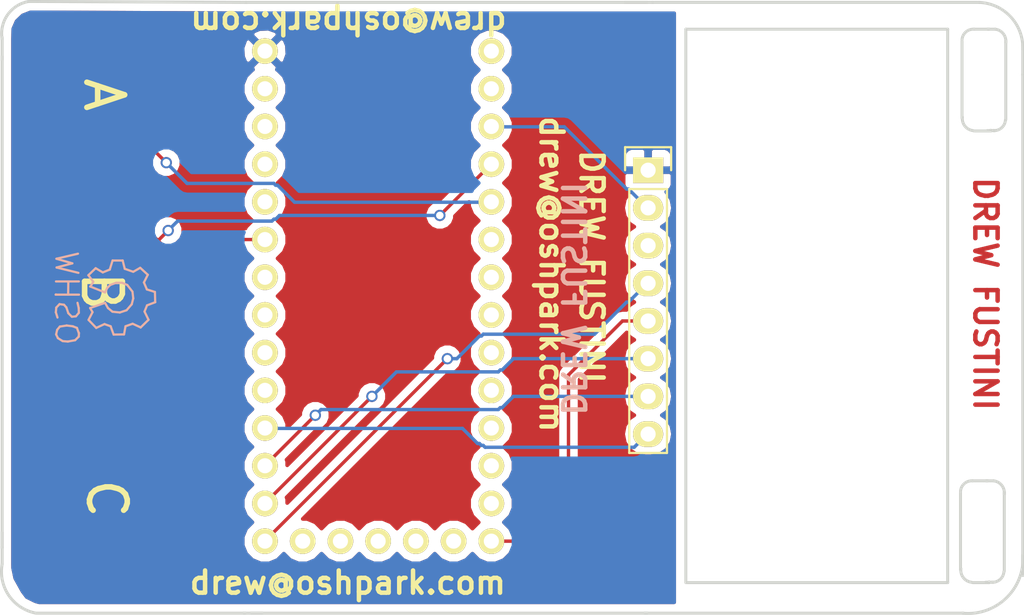
<source format=kicad_pcb>
(kicad_pcb (version 4) (host pcbnew 4.0.2-1.fc23-product)

  (general
    (links 10)
    (no_connects 0)
    (area 119.126 90.932 189.484 133.731)
    (thickness 1.6)
    (drawings 56)
    (tracks 81)
    (zones 0)
    (modules 6)
    (nets 35)
  )

  (page A4)
  (layers
    (0 F.Cu signal)
    (31 B.Cu signal)
    (32 B.Adhes user)
    (33 F.Adhes user)
    (34 B.Paste user)
    (35 F.Paste user)
    (36 B.SilkS user)
    (37 F.SilkS user)
    (38 B.Mask user)
    (39 F.Mask user)
    (40 Dwgs.User user hide)
    (41 Cmts.User user hide)
    (42 Eco1.User user hide)
    (43 Eco2.User user hide)
    (44 Edge.Cuts user)
    (45 Margin user hide)
    (46 B.CrtYd user hide)
    (47 F.CrtYd user hide)
    (48 B.Fab user hide)
    (49 F.Fab user hide)
  )

  (setup
    (last_trace_width 0.2286)
    (trace_clearance 0.254)
    (zone_clearance 0.508)
    (zone_45_only no)
    (trace_min 0.2286)
    (segment_width 0.2)
    (edge_width 0.2)
    (via_size 0.762)
    (via_drill 0.508)
    (via_min_size 0.762)
    (via_min_drill 0.508)
    (uvia_size 0.3)
    (uvia_drill 0.1)
    (uvias_allowed no)
    (uvia_min_size 0)
    (uvia_min_drill 0)
    (pcb_text_width 0.3)
    (pcb_text_size 1.5 1.5)
    (mod_edge_width 0.15)
    (mod_text_size 1 1)
    (mod_text_width 0.15)
    (pad_size 1.524 1.524)
    (pad_drill 0.762)
    (pad_to_mask_clearance 0.2)
    (aux_axis_origin 0 0)
    (visible_elements FFFFFF7F)
    (pcbplotparams
      (layerselection 0x00030_80000001)
      (usegerberextensions false)
      (excludeedgelayer true)
      (linewidth 0.100000)
      (plotframeref false)
      (viasonmask false)
      (mode 1)
      (useauxorigin false)
      (hpglpennumber 1)
      (hpglpenspeed 20)
      (hpglpendiameter 15)
      (hpglpenoverlay 2)
      (psnegative false)
      (psa4output false)
      (plotreference true)
      (plotvalue true)
      (plotinvisibletext false)
      (padsonsilk false)
      (subtractmaskfromsilk false)
      (outputformat 1)
      (mirror false)
      (drillshape 1)
      (scaleselection 1)
      (outputdirectory ""))
  )

  (net 0 "")
  (net 1 "Net-(J1-Pad0)")
  (net 2 "Net-(J1-Pad1)")
  (net 3 "Net-(J1-Pad2)")
  (net 4 "Net-(J1-Pad3)")
  (net 5 "Net-(J1-Pad5)")
  (net 6 "Net-(J1-Pad6)")
  (net 7 "Net-(J1-Pad7)")
  (net 8 "Net-(J1-Pad8)")
  (net 9 "Net-(J1-Pad17A)")
  (net 10 "Net-(J1-Pad3V1)")
  (net 11 "Net-(J1-PadG2)")
  (net 12 "Net-(J1-PadPGM)")
  (net 13 "Net-(J1-PadDAC)")
  (net 14 "Net-(J1-Pad16)")
  (net 15 "Net-(J1-Pad17)")
  (net 16 "Net-(J1-PadG3)")
  (net 17 "Net-(J1-PadVIN)")
  (net 18 "Net-(J1-Pad21)")
  (net 19 "Net-(J1-Pad20)")
  (net 20 "Net-(J1-Pad14)")
  (net 21 "Net-(J1-Pad15)")
  (net 22 /CS)
  (net 23 /RST)
  (net 24 /GND)
  (net 25 /VIN)
  (net 26 /Data)
  (net 27 /CLK)
  (net 28 /DC)
  (net 29 "Net-(J1-Pad18)")
  (net 30 "Net-(J1-Pad19)")
  (net 31 "Net-(J2-Pad3)")
  (net 32 "Net-(CAP3-Pad1)")
  (net 33 "Net-(CAP1-Pad1)")
  (net 34 "Net-(CAP2-Pad1)")

  (net_class Default "This is the default net class."
    (clearance 0.254)
    (trace_width 0.2286)
    (via_dia 0.762)
    (via_drill 0.508)
    (uvia_dia 0.3)
    (uvia_drill 0.1)
    (add_net /CLK)
    (add_net /CS)
    (add_net /DC)
    (add_net /Data)
    (add_net /GND)
    (add_net /RST)
    (add_net /VIN)
    (add_net "Net-(CAP1-Pad1)")
    (add_net "Net-(CAP2-Pad1)")
    (add_net "Net-(CAP3-Pad1)")
    (add_net "Net-(J1-Pad0)")
    (add_net "Net-(J1-Pad1)")
    (add_net "Net-(J1-Pad14)")
    (add_net "Net-(J1-Pad15)")
    (add_net "Net-(J1-Pad16)")
    (add_net "Net-(J1-Pad17)")
    (add_net "Net-(J1-Pad17A)")
    (add_net "Net-(J1-Pad18)")
    (add_net "Net-(J1-Pad19)")
    (add_net "Net-(J1-Pad2)")
    (add_net "Net-(J1-Pad20)")
    (add_net "Net-(J1-Pad21)")
    (add_net "Net-(J1-Pad3)")
    (add_net "Net-(J1-Pad3V1)")
    (add_net "Net-(J1-Pad5)")
    (add_net "Net-(J1-Pad6)")
    (add_net "Net-(J1-Pad7)")
    (add_net "Net-(J1-Pad8)")
    (add_net "Net-(J1-PadDAC)")
    (add_net "Net-(J1-PadG2)")
    (add_net "Net-(J1-PadG3)")
    (add_net "Net-(J1-PadPGM)")
    (add_net "Net-(J1-PadVIN)")
    (add_net "Net-(J2-Pad3)")
  )

  (module Wickerlib:TEENSY-LC (layer F.Cu) (tedit 5773C019) (tstamp 5774F54A)
    (at 148.5011 105.0036)
    (path /573A858B)
    (fp_text reference J1 (at 2.8829 20.2184) (layer F.SilkS) hide
      (effects (font (size 1 1) (thickness 0.15)))
    )
    (fp_text value TEENSY-LC (at -2.54 20.32 180) (layer F.Fab)
      (effects (font (size 1 1) (thickness 0.15)))
    )
    (fp_text user "TEENSY LC" (at -3.5941 10.5664) (layer F.SilkS) hide
      (effects (font (size 1 1) (thickness 0.15)))
    )
    (fp_line (start -11.43 24.13) (end 6.35 24.13) (layer F.CrtYd) (width 0.1524))
    (fp_line (start -11.43 -11.43) (end -11.43 24.13) (layer F.CrtYd) (width 0.1524))
    (fp_line (start 6.35 -11.43) (end -11.43 -11.43) (layer F.CrtYd) (width 0.1524))
    (fp_line (start 6.35 24.13) (end 6.35 -11.43) (layer F.CrtYd) (width 0.1524))
    (pad G1 thru_hole circle (at -10.16 -10.16) (size 1.7272 1.7272) (drill 1.016) (layers *.Cu *.Mask F.SilkS)
      (net 24 /GND))
    (pad 0 thru_hole circle (at -10.16 -7.62) (size 1.7272 1.7272) (drill 1.016) (layers *.Cu *.Mask F.SilkS)
      (net 1 "Net-(J1-Pad0)"))
    (pad 1 thru_hole circle (at -10.16 -5.08) (size 1.7272 1.7272) (drill 1.016) (layers *.Cu *.Mask F.SilkS)
      (net 2 "Net-(J1-Pad1)"))
    (pad 2 thru_hole circle (at -10.16 -2.54) (size 1.7272 1.7272) (drill 1.016) (layers *.Cu *.Mask F.SilkS)
      (net 3 "Net-(J1-Pad2)"))
    (pad 3 thru_hole circle (at -10.16 0) (size 1.7272 1.7272) (drill 1.016) (layers *.Cu *.Mask F.SilkS)
      (net 4 "Net-(J1-Pad3)"))
    (pad 4 thru_hole circle (at -10.16 2.54) (size 1.7272 1.7272) (drill 1.016) (layers *.Cu *.Mask F.SilkS)
      (net 32 "Net-(CAP3-Pad1)"))
    (pad 5 thru_hole circle (at -10.16 5.08) (size 1.7272 1.7272) (drill 1.016) (layers *.Cu *.Mask F.SilkS)
      (net 5 "Net-(J1-Pad5)"))
    (pad 6 thru_hole circle (at -10.16 7.62) (size 1.7272 1.7272) (drill 1.016) (layers *.Cu *.Mask F.SilkS)
      (net 6 "Net-(J1-Pad6)"))
    (pad 7 thru_hole circle (at -10.16 10.16) (size 1.7272 1.7272) (drill 1.016) (layers *.Cu *.Mask F.SilkS)
      (net 7 "Net-(J1-Pad7)"))
    (pad 8 thru_hole circle (at -10.16 12.7) (size 1.7272 1.7272) (drill 1.016) (layers *.Cu *.Mask F.SilkS)
      (net 8 "Net-(J1-Pad8)"))
    (pad 9 thru_hole circle (at -10.16 15.24) (size 1.7272 1.7272) (drill 1.016) (layers *.Cu *.Mask F.SilkS)
      (net 26 /Data))
    (pad 10 thru_hole circle (at -10.16 17.78) (size 1.7272 1.7272) (drill 1.016) (layers *.Cu *.Mask F.SilkS)
      (net 27 /CLK))
    (pad 11 thru_hole circle (at -10.16 20.32) (size 1.7272 1.7272) (drill 1.016) (layers *.Cu *.Mask F.SilkS)
      (net 28 /DC))
    (pad 12 thru_hole circle (at -10.16 22.86) (size 1.7272 1.7272) (drill 1.016) (layers *.Cu *.Mask F.SilkS)
      (net 22 /CS))
    (pad 17A thru_hole circle (at -7.62 22.86) (size 1.7272 1.7272) (drill 1.016) (layers *.Cu *.Mask F.SilkS)
      (net 9 "Net-(J1-Pad17A)"))
    (pad 3V1 thru_hole circle (at -5.08 22.86) (size 1.7272 1.7272) (drill 1.016) (layers *.Cu *.Mask F.SilkS)
      (net 10 "Net-(J1-Pad3V1)"))
    (pad G2 thru_hole circle (at -2.54 22.86) (size 1.7272 1.7272) (drill 1.016) (layers *.Cu *.Mask F.SilkS)
      (net 11 "Net-(J1-PadG2)"))
    (pad PGM thru_hole circle (at 0 22.86) (size 1.7272 1.7272) (drill 1.016) (layers *.Cu *.Mask F.SilkS)
      (net 12 "Net-(J1-PadPGM)"))
    (pad DAC thru_hole circle (at 2.54 22.86) (size 1.7272 1.7272) (drill 1.016) (layers *.Cu *.Mask F.SilkS)
      (net 13 "Net-(J1-PadDAC)"))
    (pad 13 thru_hole circle (at 5.08 22.86) (size 1.7272 1.7272) (drill 1.016) (layers *.Cu *.Mask F.SilkS)
      (net 23 /RST))
    (pad 16 thru_hole circle (at 5.08 15.24) (size 1.7272 1.7272) (drill 1.016) (layers *.Cu *.Mask F.SilkS)
      (net 14 "Net-(J1-Pad16)"))
    (pad 3V2 thru_hole circle (at 5.08 -5.08) (size 1.7272 1.7272) (drill 1.016) (layers *.Cu *.Mask F.SilkS)
      (net 25 /VIN))
    (pad 18 thru_hole circle (at 5.08 10.16) (size 1.7272 1.7272) (drill 1.016) (layers *.Cu *.Mask F.SilkS)
      (net 29 "Net-(J1-Pad18)"))
    (pad 17 thru_hole circle (at 5.08 12.7) (size 1.7272 1.7272) (drill 1.016) (layers *.Cu *.Mask F.SilkS)
      (net 15 "Net-(J1-Pad17)"))
    (pad G3 thru_hole circle (at 5.08 -7.62) (size 1.7272 1.7272) (drill 1.016) (layers *.Cu *.Mask F.SilkS)
      (net 16 "Net-(J1-PadG3)"))
    (pad 22 thru_hole circle (at 5.08 0) (size 1.7272 1.7272) (drill 1.016) (layers *.Cu *.Mask F.SilkS)
      (net 33 "Net-(CAP1-Pad1)"))
    (pad VIN thru_hole circle (at 5.08 -10.16) (size 1.7272 1.7272) (drill 1.016) (layers *.Cu *.Mask F.SilkS)
      (net 17 "Net-(J1-PadVIN)"))
    (pad 21 thru_hole circle (at 5.08 2.54) (size 1.7272 1.7272) (drill 1.016) (layers *.Cu *.Mask F.SilkS)
      (net 18 "Net-(J1-Pad21)"))
    (pad 20 thru_hole circle (at 5.08 5.08) (size 1.7272 1.7272) (drill 1.016) (layers *.Cu *.Mask F.SilkS)
      (net 19 "Net-(J1-Pad20)"))
    (pad 19 thru_hole circle (at 5.08 7.62) (size 1.7272 1.7272) (drill 1.016) (layers *.Cu *.Mask F.SilkS)
      (net 30 "Net-(J1-Pad19)"))
    (pad 23 thru_hole circle (at 5.08 -2.54) (size 1.7272 1.7272) (drill 1.016) (layers *.Cu *.Mask F.SilkS)
      (net 34 "Net-(CAP2-Pad1)"))
    (pad 14 thru_hole circle (at 5.08 20.32) (size 1.7272 1.7272) (drill 1.016) (layers *.Cu *.Mask F.SilkS)
      (net 20 "Net-(J1-Pad14)"))
    (pad 15 thru_hole circle (at 5.08 17.78) (size 1.7272 1.7272) (drill 1.016) (layers *.Cu *.Mask F.SilkS)
      (net 21 "Net-(J1-Pad15)"))
  )

  (module Wickerlib:Pin_Header_Straight_1x08 (layer F.Cu) (tedit 5773C005) (tstamp 5774F561)
    (at 164.1348 102.87)
    (descr "Through hole pin header")
    (tags "pin header")
    (path /573AD5FE)
    (fp_text reference J2 (at 0 -5.1) (layer F.SilkS) hide
      (effects (font (size 1 1) (thickness 0.15)))
    )
    (fp_text value OLED_128x64 (at 0 -3.1) (layer F.Fab) hide
      (effects (font (size 1 1) (thickness 0.15)))
    )
    (fp_line (start -1.75 -1.75) (end -1.75 19.55) (layer F.CrtYd) (width 0.05))
    (fp_line (start 1.75 -1.75) (end 1.75 19.55) (layer F.CrtYd) (width 0.05))
    (fp_line (start -1.75 -1.75) (end 1.75 -1.75) (layer F.CrtYd) (width 0.05))
    (fp_line (start -1.75 19.55) (end 1.75 19.55) (layer F.CrtYd) (width 0.05))
    (fp_line (start 1.27 1.27) (end 1.27 19.05) (layer F.SilkS) (width 0.15))
    (fp_line (start 1.27 19.05) (end -1.27 19.05) (layer F.SilkS) (width 0.15))
    (fp_line (start -1.27 19.05) (end -1.27 1.27) (layer F.SilkS) (width 0.15))
    (fp_line (start 1.55 -1.55) (end 1.55 0) (layer F.SilkS) (width 0.15))
    (fp_line (start 1.27 1.27) (end -1.27 1.27) (layer F.SilkS) (width 0.15))
    (fp_line (start -1.55 0) (end -1.55 -1.55) (layer F.SilkS) (width 0.15))
    (fp_line (start -1.55 -1.55) (end 1.55 -1.55) (layer F.SilkS) (width 0.15))
    (pad 1 thru_hole rect (at 0 0) (size 2.032 1.7272) (drill 1.016) (layers *.Cu *.Mask F.SilkS)
      (net 24 /GND))
    (pad 2 thru_hole oval (at 0 2.54) (size 2.032 1.7272) (drill 1.016) (layers *.Cu *.Mask F.SilkS)
      (net 25 /VIN))
    (pad 3 thru_hole oval (at 0 5.08) (size 2.032 1.7272) (drill 1.016) (layers *.Cu *.Mask F.SilkS)
      (net 31 "Net-(J2-Pad3)"))
    (pad 4 thru_hole oval (at 0 7.62) (size 2.032 1.7272) (drill 1.016) (layers *.Cu *.Mask F.SilkS)
      (net 22 /CS))
    (pad 5 thru_hole oval (at 0 10.16) (size 2.032 1.7272) (drill 1.016) (layers *.Cu *.Mask F.SilkS)
      (net 23 /RST))
    (pad 6 thru_hole oval (at 0 12.7) (size 2.032 1.7272) (drill 1.016) (layers *.Cu *.Mask F.SilkS)
      (net 28 /DC))
    (pad 7 thru_hole oval (at 0 15.24) (size 2.032 1.7272) (drill 1.016) (layers *.Cu *.Mask F.SilkS)
      (net 27 /CLK))
    (pad 8 thru_hole oval (at 0 17.78) (size 2.032 1.7272) (drill 1.016) (layers *.Cu *.Mask F.SilkS)
      (net 26 /Data))
    (model Pin_Headers.3dshapes/Pin_Header_Straight_1x08.wrl
      (at (xyz 0 -0.35 0))
      (scale (xyz 1 1 1))
      (rotate (xyz 0 0 90))
    )
  )

  (module Wickerlib:Symbol_OSHW-Logo_SilkScreen (layer B.Cu) (tedit 57E18EBE) (tstamp 5775109D)
    (at 128.4732 111.4552 90)
    (descr "Symbol, OSHW-Logo, Silk Screen,")
    (tags "Symbol, OSHW-Logo, Silk Screen,")
    (fp_text reference REF** (at 0.09906 4.38912 90) (layer B.SilkS) hide
      (effects (font (size 1 1) (thickness 0.15)) (justify mirror))
    )
    (fp_text value Symbol_OSHW-Logo_SilkScreen (at 0.30988 -6.56082 90) (layer B.Fab) hide
      (effects (font (size 1 1) (thickness 0.15)) (justify mirror))
    )
    (fp_line (start 1.66878 -2.68986) (end 2.02946 -4.16052) (layer B.SilkS) (width 0.15))
    (fp_line (start 2.02946 -4.16052) (end 2.30886 -3.0988) (layer B.SilkS) (width 0.15))
    (fp_line (start 2.30886 -3.0988) (end 2.61874 -4.17068) (layer B.SilkS) (width 0.15))
    (fp_line (start 2.61874 -4.17068) (end 2.9591 -2.72034) (layer B.SilkS) (width 0.15))
    (fp_line (start 0.24892 -3.38074) (end 1.03886 -3.37058) (layer B.SilkS) (width 0.15))
    (fp_line (start 1.03886 -3.37058) (end 1.04902 -3.38074) (layer B.SilkS) (width 0.15))
    (fp_line (start 1.04902 -3.38074) (end 1.04902 -3.37058) (layer B.SilkS) (width 0.15))
    (fp_line (start 1.08966 -2.65938) (end 1.08966 -4.20116) (layer B.SilkS) (width 0.15))
    (fp_line (start 0.20066 -2.64922) (end 0.20066 -4.21894) (layer B.SilkS) (width 0.15))
    (fp_line (start 0.20066 -4.21894) (end 0.21082 -4.20878) (layer B.SilkS) (width 0.15))
    (fp_line (start -0.35052 -2.75082) (end -0.70104 -2.66954) (layer B.SilkS) (width 0.15))
    (fp_line (start -0.70104 -2.66954) (end -1.02108 -2.65938) (layer B.SilkS) (width 0.15))
    (fp_line (start -1.02108 -2.65938) (end -1.25984 -2.86004) (layer B.SilkS) (width 0.15))
    (fp_line (start -1.25984 -2.86004) (end -1.29032 -3.12928) (layer B.SilkS) (width 0.15))
    (fp_line (start -1.29032 -3.12928) (end -1.04902 -3.37058) (layer B.SilkS) (width 0.15))
    (fp_line (start -1.04902 -3.37058) (end -0.6604 -3.50012) (layer B.SilkS) (width 0.15))
    (fp_line (start -0.6604 -3.50012) (end -0.48006 -3.66014) (layer B.SilkS) (width 0.15))
    (fp_line (start -0.48006 -3.66014) (end -0.43942 -3.95986) (layer B.SilkS) (width 0.15))
    (fp_line (start -0.43942 -3.95986) (end -0.67056 -4.18084) (layer B.SilkS) (width 0.15))
    (fp_line (start -0.67056 -4.18084) (end -0.9906 -4.20878) (layer B.SilkS) (width 0.15))
    (fp_line (start -0.9906 -4.20878) (end -1.34112 -4.09956) (layer B.SilkS) (width 0.15))
    (fp_line (start -2.37998 -2.64922) (end -2.6289 -2.66954) (layer B.SilkS) (width 0.15))
    (fp_line (start -2.6289 -2.66954) (end -2.8702 -2.91084) (layer B.SilkS) (width 0.15))
    (fp_line (start -2.8702 -2.91084) (end -2.9591 -3.40106) (layer B.SilkS) (width 0.15))
    (fp_line (start -2.9591 -3.40106) (end -2.93116 -3.74904) (layer B.SilkS) (width 0.15))
    (fp_line (start -2.93116 -3.74904) (end -2.7305 -4.06908) (layer B.SilkS) (width 0.15))
    (fp_line (start -2.7305 -4.06908) (end -2.47904 -4.191) (layer B.SilkS) (width 0.15))
    (fp_line (start -2.47904 -4.191) (end -2.16916 -4.11988) (layer B.SilkS) (width 0.15))
    (fp_line (start -2.16916 -4.11988) (end -1.95072 -3.93954) (layer B.SilkS) (width 0.15))
    (fp_line (start -1.95072 -3.93954) (end -1.8796 -3.4798) (layer B.SilkS) (width 0.15))
    (fp_line (start -1.8796 -3.4798) (end -1.9304 -3.07086) (layer B.SilkS) (width 0.15))
    (fp_line (start -1.9304 -3.07086) (end -2.03962 -2.78892) (layer B.SilkS) (width 0.15))
    (fp_line (start -2.03962 -2.78892) (end -2.4003 -2.65938) (layer B.SilkS) (width 0.15))
    (fp_line (start -1.78054 -0.92964) (end -2.03962 -1.49098) (layer B.SilkS) (width 0.15))
    (fp_line (start -2.03962 -1.49098) (end -1.50114 -2.00914) (layer B.SilkS) (width 0.15))
    (fp_line (start -1.50114 -2.00914) (end -0.98044 -1.7399) (layer B.SilkS) (width 0.15))
    (fp_line (start -0.98044 -1.7399) (end -0.70104 -1.89992) (layer B.SilkS) (width 0.15))
    (fp_line (start 0.73914 -1.8796) (end 1.06934 -1.6891) (layer B.SilkS) (width 0.15))
    (fp_line (start 1.06934 -1.6891) (end 1.50876 -2.0193) (layer B.SilkS) (width 0.15))
    (fp_line (start 1.50876 -2.0193) (end 1.9812 -1.52908) (layer B.SilkS) (width 0.15))
    (fp_line (start 1.9812 -1.52908) (end 1.69926 -1.04902) (layer B.SilkS) (width 0.15))
    (fp_line (start 1.69926 -1.04902) (end 1.88976 -0.57912) (layer B.SilkS) (width 0.15))
    (fp_line (start 1.88976 -0.57912) (end 2.49936 -0.39116) (layer B.SilkS) (width 0.15))
    (fp_line (start 2.49936 -0.39116) (end 2.49936 0.28956) (layer B.SilkS) (width 0.15))
    (fp_line (start 2.49936 0.28956) (end 1.94056 0.42926) (layer B.SilkS) (width 0.15))
    (fp_line (start 1.94056 0.42926) (end 1.7399 1.00076) (layer B.SilkS) (width 0.15))
    (fp_line (start 1.7399 1.00076) (end 2.00914 1.47066) (layer B.SilkS) (width 0.15))
    (fp_line (start 2.00914 1.47066) (end 1.53924 1.9812) (layer B.SilkS) (width 0.15))
    (fp_line (start 1.53924 1.9812) (end 1.02108 1.71958) (layer B.SilkS) (width 0.15))
    (fp_line (start 1.02108 1.71958) (end 0.55118 1.92024) (layer B.SilkS) (width 0.15))
    (fp_line (start 0.55118 1.92024) (end 0.381 2.46126) (layer B.SilkS) (width 0.15))
    (fp_line (start 0.381 2.46126) (end -0.30988 2.47904) (layer B.SilkS) (width 0.15))
    (fp_line (start -0.30988 2.47904) (end -0.5207 1.9304) (layer B.SilkS) (width 0.15))
    (fp_line (start -0.5207 1.9304) (end -0.9398 1.76022) (layer B.SilkS) (width 0.15))
    (fp_line (start -0.9398 1.76022) (end -1.49098 2.02946) (layer B.SilkS) (width 0.15))
    (fp_line (start -1.49098 2.02946) (end -2.00914 1.50114) (layer B.SilkS) (width 0.15))
    (fp_line (start -2.00914 1.50114) (end -1.76022 0.96012) (layer B.SilkS) (width 0.15))
    (fp_line (start -1.76022 0.96012) (end -1.9304 0.48006) (layer B.SilkS) (width 0.15))
    (fp_line (start -1.9304 0.48006) (end -2.47904 0.381) (layer B.SilkS) (width 0.15))
    (fp_line (start -2.47904 0.381) (end -2.4892 -0.32004) (layer B.SilkS) (width 0.15))
    (fp_line (start -2.4892 -0.32004) (end -1.9304 -0.5207) (layer B.SilkS) (width 0.15))
    (fp_line (start -1.9304 -0.5207) (end -1.7907 -0.91948) (layer B.SilkS) (width 0.15))
    (fp_line (start 0.35052 -0.89916) (end 0.65024 -0.7493) (layer B.SilkS) (width 0.15))
    (fp_line (start 0.65024 -0.7493) (end 0.8509 -0.55118) (layer B.SilkS) (width 0.15))
    (fp_line (start 0.8509 -0.55118) (end 1.00076 -0.14986) (layer B.SilkS) (width 0.15))
    (fp_line (start 1.00076 -0.14986) (end 1.00076 0.24892) (layer B.SilkS) (width 0.15))
    (fp_line (start 1.00076 0.24892) (end 0.8509 0.59944) (layer B.SilkS) (width 0.15))
    (fp_line (start 0.8509 0.59944) (end 0.39878 0.94996) (layer B.SilkS) (width 0.15))
    (fp_line (start 0.39878 0.94996) (end -0.0508 1.00076) (layer B.SilkS) (width 0.15))
    (fp_line (start -0.0508 1.00076) (end -0.44958 0.89916) (layer B.SilkS) (width 0.15))
    (fp_line (start -0.44958 0.89916) (end -0.8509 0.55118) (layer B.SilkS) (width 0.15))
    (fp_line (start -0.8509 0.55118) (end -1.00076 0.09906) (layer B.SilkS) (width 0.15))
    (fp_line (start -1.00076 0.09906) (end -0.94996 -0.39878) (layer B.SilkS) (width 0.15))
    (fp_line (start -0.94996 -0.39878) (end -0.70104 -0.70104) (layer B.SilkS) (width 0.15))
    (fp_line (start -0.70104 -0.70104) (end -0.35052 -0.89916) (layer B.SilkS) (width 0.15))
    (fp_line (start -0.35052 -0.89916) (end -0.70104 -1.89992) (layer B.SilkS) (width 0.15))
    (fp_line (start 0.35052 -0.89916) (end 0.7493 -1.89992) (layer B.SilkS) (width 0.15))
  )

  (module Wickerlib:CAPSENSE_CIRCLE_D10 (layer F.Cu) (tedit 57E18478) (tstamp 57E18022)
    (at 127.4318 98.0948 90)
    (path /57E17B23)
    (fp_text reference CAP1 (at -0.025 -7.05 90) (layer F.SilkS) hide
      (effects (font (size 1 1) (thickness 0.15)))
    )
    (fp_text value CAPSENSE_CIRCLE (at 0.025 7.325 90) (layer F.Fab)
      (effects (font (size 1 1) (thickness 0.15)))
    )
    (pad 1 smd circle (at 0 0 90) (size 10.16 10.16) (layers F.Cu)
      (net 33 "Net-(CAP1-Pad1)") (clearance 0.508))
  )

  (module Wickerlib:CAPSENSE_CIRCLE_D10 (layer F.Cu) (tedit 57E18471) (tstamp 57E18027)
    (at 127.6096 111.0996)
    (path /57E17C95)
    (fp_text reference CAP2 (at -0.025 -7.05) (layer F.SilkS) hide
      (effects (font (size 1 1) (thickness 0.15)))
    )
    (fp_text value CAPSENSE_CIRCLE (at 0.025 7.325) (layer F.Fab)
      (effects (font (size 1 1) (thickness 0.15)))
    )
    (pad 1 smd circle (at 0 0) (size 10.16 10.16) (layers F.Cu)
      (net 34 "Net-(CAP2-Pad1)") (clearance 0.508))
  )

  (module Wickerlib:CAPSENSE_CIRCLE_D10 (layer F.Cu) (tedit 57E18464) (tstamp 57E1802C)
    (at 127.8636 125.349)
    (path /57E17E3A)
    (fp_text reference CAP3 (at -0.025 -7.05) (layer F.SilkS) hide
      (effects (font (size 1 1) (thickness 0.15)))
    )
    (fp_text value CAPSENSE_CIRCLE (at 0.025 7.325) (layer F.Fab)
      (effects (font (size 1 1) (thickness 0.15)))
    )
    (pad 1 smd circle (at 0 0) (size 10.16 10.16) (layers F.Cu)
      (net 32 "Net-(CAP3-Pad1)") (clearance 0.508))
  )

  (gr_line (start 166.6748 130.6576) (end 184.3024 130.6576) (angle 90) (layer Edge.Cuts) (width 0.2))
  (gr_line (start 166.6748 93.3704) (end 184.3024 93.3704) (angle 90) (layer Edge.Cuts) (width 0.2))
  (gr_line (start 166.6748 130.6068) (end 166.6748 93.3704) (angle 90) (layer Edge.Cuts) (width 0.2))
  (gr_line (start 184.3024 93.3704) (end 184.3024 130.6576) (angle 90) (layer Edge.Cuts) (width 0.2))
  (gr_line (start 188.1124 124.5616) (end 188.1124 129.8956) (angle 90) (layer Edge.Cuts) (width 0.2) (tstamp 57E18649))
  (gr_line (start 185.166 124.6124) (end 185.166 129.794) (angle 90) (layer Edge.Cuts) (width 0.2) (tstamp 57E18648))
  (gr_arc (start 187.2996 124.6124) (end 187.4012 123.7996) (angle 90) (layer Edge.Cuts) (width 0.2) (tstamp 57E18647))
  (gr_arc (start 185.928 124.5616) (end 185.166 124.5108) (angle 90) (layer Edge.Cuts) (width 0.2) (tstamp 57E18646))
  (gr_line (start 186.8932 123.7996) (end 187.4012 123.7996) (angle 90) (layer Edge.Cuts) (width 0.2) (tstamp 57E18645))
  (gr_line (start 187.3758 130.6322) (end 186.8678 130.6322) (angle 90) (layer Edge.Cuts) (width 0.2) (tstamp 57E18644))
  (gr_arc (start 187.325 129.8702) (end 188.087 129.921) (angle 90) (layer Edge.Cuts) (width 0.2) (tstamp 57E18643))
  (gr_arc (start 186.0042 129.8194) (end 185.9026 130.6322) (angle 90) (layer Edge.Cuts) (width 0.2) (tstamp 57E18642))
  (gr_line (start 185.9788 130.6576) (end 187.0964 130.6576) (angle 90) (layer Edge.Cuts) (width 0.2) (tstamp 57E18641))
  (gr_line (start 187.0964 130.6576) (end 187.0964 130.6068) (angle 90) (layer Edge.Cuts) (width 0.2) (tstamp 57E18640))
  (gr_line (start 185.9788 123.7996) (end 186.9948 123.7996) (angle 90) (layer Edge.Cuts) (width 0.2) (tstamp 57E1863F))
  (gr_line (start 186.0804 93.3704) (end 187.0964 93.3704) (angle 90) (layer Edge.Cuts) (width 0.2))
  (gr_line (start 187.198 100.2284) (end 187.198 100.1776) (angle 90) (layer Edge.Cuts) (width 0.2))
  (gr_line (start 186.0804 100.2284) (end 187.198 100.2284) (angle 90) (layer Edge.Cuts) (width 0.2))
  (gr_arc (start 186.1058 99.3902) (end 186.0042 100.203) (angle 90) (layer Edge.Cuts) (width 0.2) (tstamp 57E1855C))
  (gr_arc (start 187.4266 99.441) (end 188.1886 99.4918) (angle 90) (layer Edge.Cuts) (width 0.2) (tstamp 57E1855B))
  (gr_line (start 187.4774 100.203) (end 186.9694 100.203) (angle 90) (layer Edge.Cuts) (width 0.2) (tstamp 57E1855A))
  (gr_line (start 186.9948 93.3704) (end 187.5028 93.3704) (angle 90) (layer Edge.Cuts) (width 0.2))
  (gr_arc (start 186.0296 94.1324) (end 185.2676 94.0816) (angle 90) (layer Edge.Cuts) (width 0.2))
  (gr_arc (start 187.4012 94.1832) (end 187.5028 93.3704) (angle 90) (layer Edge.Cuts) (width 0.2))
  (gr_line (start 185.2676 94.1832) (end 185.2676 99.3648) (angle 90) (layer Edge.Cuts) (width 0.2))
  (gr_line (start 188.214 94.1324) (end 188.214 99.4664) (angle 90) (layer Edge.Cuts) (width 0.2))
  (gr_text "DREW FUSTINI" (at 186.8424 111.2012 270) (layer F.Cu) (tstamp 57E1833F)
    (effects (font (size 1.5 1.5) (thickness 0.3)))
  )
  (gr_text C (at 127.6858 124.9934 270) (layer F.SilkS) (tstamp 57E18255)
    (effects (font (size 2.54 2.54) (thickness 0.375)))
  )
  (gr_text B (at 127.3556 111.0234 270) (layer F.SilkS) (tstamp 57E1824C)
    (effects (font (size 2.54 2.54) (thickness 0.375)))
  )
  (gr_text A (at 127.508 97.79 270) (layer F.SilkS)
    (effects (font (size 2.54 2.54) (thickness 0.375)))
  )
  (gr_line (start 137.0965 91.567) (end 122.9995 91.5035) (layer Edge.Cuts) (width 0.2))
  (gr_line (start 137.033 132.715) (end 122.9995 132.715) (layer Edge.Cuts) (width 0.2))
  (gr_line (start 163.8935 132.715) (end 185.3565 132.715) (angle 90) (layer Edge.Cuts) (width 0.2))
  (gr_line (start 189.357 96.4565) (end 189.357 94.4245) (angle 90) (layer Edge.Cuts) (width 0.2))
  (gr_line (start 164.4015 91.567) (end 186.436 91.567) (angle 90) (layer Edge.Cuts) (width 0.2))
  (gr_text "drew@oshpark.com\n" (at 143.9672 92.964 180) (layer F.SilkS)
    (effects (font (size 1.5 1.5) (thickness 0.3)))
  )
  (gr_text "drew@oshpark.com\n" (at 143.9164 130.6576) (layer F.SilkS)
    (effects (font (size 1.5 1.5) (thickness 0.3)))
  )
  (gr_text "drew@oshpark.com\n" (at 157.6324 109.8804 270) (layer F.SilkS)
    (effects (font (size 1.5 1.5) (thickness 0.3)))
  )
  (gr_text "DREW FUSTINI" (at 160.3248 109.3724 270) (layer F.SilkS)
    (effects (font (size 1.5 1.5) (thickness 0.3)))
  )
  (gr_text "DREW FUSTINI" (at 186.8424 111.2012 270) (layer F.Mask)
    (effects (font (size 1.5 1.5) (thickness 0.3)))
  )
  (gr_text "DREW FUSTINI" (at 159.0802 111.5314 270) (layer B.SilkS)
    (effects (font (size 1.5 1.5) (thickness 0.3)) (justify mirror))
  )
  (gr_line (start 122.428 91.5035) (end 123.063 91.5035) (angle 90) (layer Edge.Cuts) (width 0.2))
  (gr_line (start 120.65 93.9165) (end 120.65 95.4405) (angle 90) (layer Edge.Cuts) (width 0.2))
  (gr_arc (start 122.809 93.6625) (end 120.65 94.0435) (angle 90) (layer Edge.Cuts) (width 0.2))
  (gr_line (start 162.56 91.567) (end 164.465 91.567) (angle 90) (layer Edge.Cuts) (width 0.2))
  (gr_arc (start 186.309 94.615) (end 186.436 91.567) (angle 90) (layer Edge.Cuts) (width 0.2))
  (gr_line (start 120.65 128.27) (end 120.65 129.413) (angle 90) (layer Edge.Cuts) (width 0.2))
  (gr_line (start 136.906 132.715) (end 138.176 132.715) (angle 90) (layer Edge.Cuts) (width 0.2))
  (gr_line (start 189.357 128.778) (end 189.357 129.667) (angle 90) (layer Edge.Cuts) (width 0.2))
  (gr_arc (start 185.674 129.032) (end 189.357 129.413) (angle 90) (layer Edge.Cuts) (width 0.2))
  (gr_arc (start 123.444 129.921) (end 122.936 132.715) (angle 90) (layer Edge.Cuts) (width 0.2))
  (gr_line (start 189.357 96.393) (end 189.357 130.175) (angle 90) (layer Edge.Cuts) (width 0.2))
  (gr_line (start 120.65 128.27) (end 120.65 127.254) (angle 90) (layer Edge.Cuts) (width 0.2))
  (gr_line (start 120.65 95.1865) (end 120.65 128.3335) (angle 90) (layer Edge.Cuts) (width 0.2))
  (gr_line (start 137.414 132.715) (end 164.084 132.715) (angle 90) (layer Edge.Cuts) (width 0.2))
  (gr_line (start 137.033 91.567) (end 164.084 91.567) (angle 90) (layer Edge.Cuts) (width 0.2))

  (segment (start 164.1348 110.49) (end 164.084 110.49) (width 0.2286) (layer B.Cu) (net 22) (status 80000))
  (segment (start 164.084 110.49) (end 162.814 111.76) (width 0.2286) (layer B.Cu) (net 22) (status 80000))
  (segment (start 162.814 111.76) (end 162.687 111.76) (width 0.2286) (layer B.Cu) (net 22) (status 80000))
  (segment (start 162.687 111.76) (end 160.528 113.919) (width 0.2286) (layer B.Cu) (net 22) (status 80000))
  (segment (start 160.528 113.919) (end 153.035 113.919) (width 0.2286) (layer B.Cu) (net 22) (status 80000))
  (segment (start 153.035 113.919) (end 152.908 114.046) (width 0.2286) (layer B.Cu) (net 22) (status 80000))
  (segment (start 152.908 114.046) (end 152.781 114.046) (width 0.2286) (layer B.Cu) (net 22) (status 80000))
  (segment (start 152.781 114.046) (end 151.257 115.57) (width 0.2286) (layer B.Cu) (net 22) (status 80000))
  (segment (start 151.257 115.57) (end 150.622 115.57) (width 0.2286) (layer B.Cu) (net 22) (status 80000))
  (via (at 150.622 115.57) (size 0.762) (layers F.Cu B.Cu) (net 22) (status 80000))
  (segment (start 150.622 115.57) (end 138.303 127.889) (width 0.2286) (layer F.Cu) (net 22) (status 80000))
  (segment (start 138.303 127.889) (end 138.3411 127.8636) (width 0.2286) (layer F.Cu) (net 22) (tstamp 57E191B0) (status 80000))
  (segment (start 153.5811 127.8636) (end 157.3276 127.8636) (width 0.2286) (layer F.Cu) (net 23))
  (segment (start 157.3276 127.8636) (end 158.7754 126.4158) (width 0.2286) (layer F.Cu) (net 23) (tstamp 57E191CA))
  (segment (start 158.7754 126.4158) (end 158.7754 116.6622) (width 0.2286) (layer F.Cu) (net 23) (tstamp 57E191CC))
  (segment (start 158.7754 116.6622) (end 162.4076 113.03) (width 0.2286) (layer F.Cu) (net 23) (tstamp 57E191CE))
  (segment (start 162.4076 113.03) (end 164.1348 113.03) (width 0.2286) (layer F.Cu) (net 23) (tstamp 57E191CF))
  (segment (start 164.1348 113.03) (end 163.957 113.03) (width 0.2286) (layer F.Cu) (net 23) (status 80000))
  (segment (start 153.543 127.254) (end 153.543 127.889) (width 0.2286) (layer F.Cu) (net 23) (status 80000))
  (segment (start 153.543 127.889) (end 153.5811 127.8636) (width 0.2286) (layer F.Cu) (net 23) (tstamp 57E191AF) (status 80000))
  (segment (start 164.1348 105.41) (end 164.084 105.41) (width 0.2286) (layer B.Cu) (net 25) (status 80000))
  (segment (start 164.084 105.41) (end 162.814 104.14) (width 0.2286) (layer B.Cu) (net 25) (status 80000))
  (segment (start 162.814 104.14) (end 162.687 104.14) (width 0.2286) (layer B.Cu) (net 25) (status 80000))
  (segment (start 162.687 104.14) (end 158.496 99.949) (width 0.2286) (layer B.Cu) (net 25) (status 80000))
  (segment (start 158.496 99.949) (end 153.543 99.949) (width 0.2286) (layer B.Cu) (net 25) (status 80000))
  (segment (start 153.543 99.949) (end 153.5811 99.9236) (width 0.2286) (layer B.Cu) (net 25) (tstamp 57E191AB) (status 80000))
  (segment (start 164.1348 120.65) (end 164.084 120.65) (width 0.2286) (layer B.Cu) (net 26) (status 80000))
  (segment (start 164.084 120.65) (end 163.195 121.539) (width 0.2286) (layer B.Cu) (net 26) (status 80000))
  (segment (start 163.195 121.539) (end 153.162 121.539) (width 0.2286) (layer B.Cu) (net 26) (status 80000))
  (segment (start 153.162 121.539) (end 153.035 121.412) (width 0.2286) (layer B.Cu) (net 26) (status 80000))
  (segment (start 153.035 121.412) (end 152.908 121.412) (width 0.2286) (layer B.Cu) (net 26) (status 80000))
  (segment (start 152.908 121.412) (end 152.781 121.285) (width 0.2286) (layer B.Cu) (net 26) (status 80000))
  (segment (start 152.781 121.285) (end 152.654 121.285) (width 0.2286) (layer B.Cu) (net 26) (status 80000))
  (segment (start 152.654 121.285) (end 151.638 120.269) (width 0.2286) (layer B.Cu) (net 26) (status 80000))
  (segment (start 151.638 120.269) (end 138.303 120.269) (width 0.2286) (layer B.Cu) (net 26) (status 80000))
  (segment (start 138.303 120.269) (end 138.3411 120.2436) (width 0.2286) (layer B.Cu) (net 26) (tstamp 57E191AA) (status 80000))
  (segment (start 138.3411 122.7836) (end 138.303 122.809) (width 0.2286) (layer F.Cu) (net 27) (status 80000))
  (segment (start 138.303 122.809) (end 141.732 119.38) (width 0.2286) (layer F.Cu) (net 27) (status 80000))
  (via (at 141.732 119.38) (size 0.762) (layers F.Cu B.Cu) (net 27) (status 80000))
  (segment (start 141.732 119.38) (end 142.113 118.999) (width 0.2286) (layer B.Cu) (net 27) (status 80000))
  (segment (start 142.113 118.999) (end 154.051 118.999) (width 0.2286) (layer B.Cu) (net 27) (status 80000))
  (segment (start 154.051 118.999) (end 154.178 118.872) (width 0.2286) (layer B.Cu) (net 27) (status 80000))
  (segment (start 154.178 118.872) (end 154.305 118.872) (width 0.2286) (layer B.Cu) (net 27) (status 80000))
  (segment (start 154.305 118.872) (end 155.067 118.11) (width 0.2286) (layer B.Cu) (net 27) (status 80000))
  (segment (start 155.067 118.11) (end 164.1348 118.11) (width 0.2286) (layer B.Cu) (net 27) (status 80000))
  (segment (start 138.3411 125.3236) (end 138.303 125.349) (width 0.2286) (layer F.Cu) (net 28) (status 80000))
  (segment (start 138.303 125.349) (end 145.542 118.11) (width 0.2286) (layer F.Cu) (net 28) (status 80000))
  (via (at 145.542 118.11) (size 0.762) (layers F.Cu B.Cu) (net 28) (status 80000))
  (segment (start 145.542 118.11) (end 147.193 116.459) (width 0.2286) (layer B.Cu) (net 28) (status 80000))
  (segment (start 147.193 116.459) (end 154.051 116.459) (width 0.2286) (layer B.Cu) (net 28) (status 80000))
  (segment (start 154.051 116.459) (end 154.178 116.332) (width 0.2286) (layer B.Cu) (net 28) (status 80000))
  (segment (start 154.178 116.332) (end 154.305 116.332) (width 0.2286) (layer B.Cu) (net 28) (status 80000))
  (segment (start 154.305 116.332) (end 155.067 115.57) (width 0.2286) (layer B.Cu) (net 28) (status 80000))
  (segment (start 155.067 115.57) (end 164.1348 115.57) (width 0.2286) (layer B.Cu) (net 28) (status 80000))
  (segment (start 138.3411 107.5436) (end 135.89 107.5436) (width 0.2286) (layer F.Cu) (net 32))
  (segment (start 135.89 107.5436) (end 134.4422 108.9914) (width 0.2286) (layer F.Cu) (net 32) (tstamp 57E191BB))
  (segment (start 134.4422 108.9914) (end 134.4422 118.7704) (width 0.2286) (layer F.Cu) (net 32) (tstamp 57E191BD))
  (segment (start 134.4422 118.7704) (end 127.8636 125.349) (width 0.2286) (layer F.Cu) (net 32) (tstamp 57E191BF))
  (segment (start 138.3411 107.5436) (end 138.303 107.569) (width 0.2286) (layer F.Cu) (net 32) (status 80000))
  (segment (start 127.889 125.349) (end 127.8636 125.349) (width 0.2286) (layer F.Cu) (net 32) (tstamp 57E191AE) (status 80000))
  (segment (start 127.4318 98.0948) (end 131.699 102.362) (width 0.2286) (layer F.Cu) (net 33) (status 80000))
  (via (at 131.699 102.362) (size 0.762) (layers F.Cu B.Cu) (net 33) (status 80000))
  (segment (start 131.699 102.362) (end 133.096 103.759) (width 0.2286) (layer B.Cu) (net 33) (status 80000))
  (segment (start 133.096 103.759) (end 138.938 103.759) (width 0.2286) (layer B.Cu) (net 33) (status 80000))
  (segment (start 138.938 103.759) (end 139.065 103.886) (width 0.2286) (layer B.Cu) (net 33) (status 80000))
  (segment (start 139.065 103.886) (end 139.192 103.886) (width 0.2286) (layer B.Cu) (net 33) (status 80000))
  (segment (start 139.192 103.886) (end 140.335 105.029) (width 0.2286) (layer B.Cu) (net 33) (status 80000))
  (segment (start 140.335 105.029) (end 153.543 105.029) (width 0.2286) (layer B.Cu) (net 33) (status 80000))
  (segment (start 153.543 105.029) (end 153.5811 105.0036) (width 0.2286) (layer B.Cu) (net 33) (tstamp 57E191AC) (status 80000))
  (segment (start 127.6096 111.0996) (end 127.762 110.998) (width 0.2286) (layer F.Cu) (net 34) (status 80000))
  (segment (start 127.762 110.998) (end 131.826 106.934) (width 0.2286) (layer F.Cu) (net 34) (status 80000))
  (via (at 131.826 106.934) (size 0.762) (layers F.Cu B.Cu) (net 34) (status 80000))
  (segment (start 131.826 106.934) (end 132.461 106.299) (width 0.2286) (layer B.Cu) (net 34) (status 80000))
  (segment (start 132.461 106.299) (end 138.811 106.299) (width 0.2286) (layer B.Cu) (net 34) (status 80000))
  (segment (start 138.811 106.299) (end 138.938 106.172) (width 0.2286) (layer B.Cu) (net 34) (status 80000))
  (segment (start 138.938 106.172) (end 139.065 106.172) (width 0.2286) (layer B.Cu) (net 34) (status 80000))
  (segment (start 139.065 106.172) (end 139.319 105.918) (width 0.2286) (layer B.Cu) (net 34) (status 80000))
  (segment (start 139.319 105.918) (end 150.114 105.918) (width 0.2286) (layer B.Cu) (net 34) (status 80000))
  (via (at 150.114 105.918) (size 0.762) (layers F.Cu B.Cu) (net 34) (status 80000))
  (segment (start 150.114 105.918) (end 153.543 102.489) (width 0.2286) (layer F.Cu) (net 34) (status 80000))
  (segment (start 153.543 102.489) (end 153.5811 102.4636) (width 0.2286) (layer F.Cu) (net 34) (tstamp 57E191AD) (status 80000))

  (zone (net 24) (net_name /GND) (layer F.Cu) (tstamp 57E188AE) (hatch edge 0.508)
    (connect_pads (clearance 0.508))
    (min_thickness 0.254)
    (fill yes (arc_segments 16) (thermal_gap 0.508) (thermal_bridge_width 0.508))
    (polygon
      (pts
        (xy 166.0144 99.4664) (xy 166.0144 91.9988) (xy 122.428 91.948) (xy 121.8184 92.2528) (xy 121.412 92.71)
        (xy 121.158 93.1672) (xy 121.0564 93.6244) (xy 121.158 129.1844) (xy 121.412 130.4036) (xy 121.92 131.318)
        (xy 122.2248 131.7244) (xy 122.8344 132.0292) (xy 123.3932 132.1816) (xy 144.5768 132.1816) (xy 155.6512 132.1816)
        (xy 166.0144 132.1816) (xy 166.0144 99.3648)
      )
    )
    (filled_polygon
      (pts
        (xy 137.031569 92.301715) (xy 137.033 92.302) (xy 165.8874 92.302) (xy 165.8874 131.98) (xy 123.136675 131.98)
        (xy 122.940388 131.926467) (xy 122.809541 131.87478) (xy 122.308412 131.624216) (xy 122.026806 131.248741) (xy 121.532394 130.358799)
        (xy 121.389378 129.672323) (xy 121.385 129.406938) (xy 121.385 126.480796) (xy 122.147611 126.480796) (xy 123.015834 128.582058)
        (xy 124.622086 130.191116) (xy 126.721829 131.063005) (xy 128.995396 131.064989) (xy 131.096658 130.196766) (xy 132.705716 128.590514)
        (xy 133.577605 126.490771) (xy 133.579589 124.217204) (xy 132.711366 122.115942) (xy 132.434089 121.838181) (xy 134.972035 119.300235)
        (xy 135.134463 119.057145) (xy 135.1915 118.7704) (xy 135.1915 109.30177) (xy 136.20037 108.2929) (xy 137.029217 108.2929)
        (xy 137.069908 108.39138) (xy 137.491103 108.81331) (xy 137.492031 108.813695) (xy 137.07139 109.233603) (xy 136.842761 109.784202)
        (xy 136.842241 110.380382) (xy 137.069908 110.93138) (xy 137.491103 111.35331) (xy 137.492031 111.353695) (xy 137.07139 111.773603)
        (xy 136.842761 112.324202) (xy 136.842241 112.920382) (xy 137.069908 113.47138) (xy 137.491103 113.89331) (xy 137.492031 113.893695)
        (xy 137.07139 114.313603) (xy 136.842761 114.864202) (xy 136.842241 115.460382) (xy 137.069908 116.01138) (xy 137.491103 116.43331)
        (xy 137.492031 116.433695) (xy 137.07139 116.853603) (xy 136.842761 117.404202) (xy 136.842241 118.000382) (xy 137.069908 118.55138)
        (xy 137.491103 118.97331) (xy 137.492031 118.973695) (xy 137.07139 119.393603) (xy 136.842761 119.944202) (xy 136.842241 120.540382)
        (xy 137.069908 121.09138) (xy 137.491103 121.51331) (xy 137.492031 121.513695) (xy 137.07139 121.933603) (xy 136.842761 122.484202)
        (xy 136.842241 123.080382) (xy 137.069908 123.63138) (xy 137.491103 124.05331) (xy 137.492031 124.053695) (xy 137.07139 124.473603)
        (xy 136.842761 125.024202) (xy 136.842241 125.620382) (xy 137.069908 126.17138) (xy 137.491103 126.59331) (xy 137.492031 126.593695)
        (xy 137.07139 127.013603) (xy 136.842761 127.564202) (xy 136.842241 128.160382) (xy 137.069908 128.71138) (xy 137.491103 129.13331)
        (xy 138.041702 129.361939) (xy 138.637882 129.362459) (xy 139.18888 129.134792) (xy 139.61081 128.713597) (xy 139.611195 128.712669)
        (xy 140.031103 129.13331) (xy 140.581702 129.361939) (xy 141.177882 129.362459) (xy 141.72888 129.134792) (xy 142.15081 128.713597)
        (xy 142.151195 128.712669) (xy 142.571103 129.13331) (xy 143.121702 129.361939) (xy 143.717882 129.362459) (xy 144.26888 129.134792)
        (xy 144.69081 128.713597) (xy 144.691195 128.712669) (xy 145.111103 129.13331) (xy 145.661702 129.361939) (xy 146.257882 129.362459)
        (xy 146.80888 129.134792) (xy 147.23081 128.713597) (xy 147.231195 128.712669) (xy 147.651103 129.13331) (xy 148.201702 129.361939)
        (xy 148.797882 129.362459) (xy 149.34888 129.134792) (xy 149.77081 128.713597) (xy 149.771195 128.712669) (xy 150.191103 129.13331)
        (xy 150.741702 129.361939) (xy 151.337882 129.362459) (xy 151.88888 129.134792) (xy 152.31081 128.713597) (xy 152.311195 128.712669)
        (xy 152.731103 129.13331) (xy 153.281702 129.361939) (xy 153.877882 129.362459) (xy 154.42888 129.134792) (xy 154.85081 128.713597)
        (xy 154.892623 128.6129) (xy 157.3276 128.6129) (xy 157.614345 128.555863) (xy 157.857435 128.393435) (xy 159.305235 126.945635)
        (xy 159.467663 126.702545) (xy 159.5247 126.4158) (xy 159.5247 116.97257) (xy 162.697008 113.800262) (xy 162.890385 114.08967)
        (xy 163.205166 114.3) (xy 162.890385 114.51033) (xy 162.565529 114.996511) (xy 162.451455 115.57) (xy 162.565529 116.143489)
        (xy 162.890385 116.62967) (xy 163.205166 116.84) (xy 162.890385 117.05033) (xy 162.565529 117.536511) (xy 162.451455 118.11)
        (xy 162.565529 118.683489) (xy 162.890385 119.16967) (xy 163.205166 119.38) (xy 162.890385 119.59033) (xy 162.565529 120.076511)
        (xy 162.451455 120.65) (xy 162.565529 121.223489) (xy 162.890385 121.70967) (xy 163.376566 122.034526) (xy 163.950055 122.1486)
        (xy 164.319545 122.1486) (xy 164.893034 122.034526) (xy 165.379215 121.70967) (xy 165.704071 121.223489) (xy 165.818145 120.65)
        (xy 165.704071 120.076511) (xy 165.379215 119.59033) (xy 165.064434 119.38) (xy 165.379215 119.16967) (xy 165.704071 118.683489)
        (xy 165.818145 118.11) (xy 165.704071 117.536511) (xy 165.379215 117.05033) (xy 165.064434 116.84) (xy 165.379215 116.62967)
        (xy 165.704071 116.143489) (xy 165.818145 115.57) (xy 165.704071 114.996511) (xy 165.379215 114.51033) (xy 165.064434 114.3)
        (xy 165.379215 114.08967) (xy 165.704071 113.603489) (xy 165.818145 113.03) (xy 165.704071 112.456511) (xy 165.379215 111.97033)
        (xy 165.064434 111.76) (xy 165.379215 111.54967) (xy 165.704071 111.063489) (xy 165.818145 110.49) (xy 165.704071 109.916511)
        (xy 165.379215 109.43033) (xy 165.064434 109.22) (xy 165.379215 109.00967) (xy 165.704071 108.523489) (xy 165.818145 107.95)
        (xy 165.704071 107.376511) (xy 165.379215 106.89033) (xy 165.064434 106.68) (xy 165.379215 106.46967) (xy 165.704071 105.983489)
        (xy 165.818145 105.41) (xy 165.704071 104.836511) (xy 165.379215 104.35033) (xy 165.35702 104.3355) (xy 165.510498 104.271927)
        (xy 165.689127 104.093299) (xy 165.7858 103.85991) (xy 165.7858 103.15575) (xy 165.62705 102.997) (xy 164.2618 102.997)
        (xy 164.2618 103.017) (xy 164.0078 103.017) (xy 164.0078 102.997) (xy 162.64255 102.997) (xy 162.4838 103.15575)
        (xy 162.4838 103.85991) (xy 162.580473 104.093299) (xy 162.759102 104.271927) (xy 162.91258 104.3355) (xy 162.890385 104.35033)
        (xy 162.565529 104.836511) (xy 162.451455 105.41) (xy 162.565529 105.983489) (xy 162.890385 106.46967) (xy 163.205166 106.68)
        (xy 162.890385 106.89033) (xy 162.565529 107.376511) (xy 162.451455 107.95) (xy 162.565529 108.523489) (xy 162.890385 109.00967)
        (xy 163.205166 109.22) (xy 162.890385 109.43033) (xy 162.565529 109.916511) (xy 162.451455 110.49) (xy 162.565529 111.063489)
        (xy 162.890385 111.54967) (xy 163.205166 111.76) (xy 162.890385 111.97033) (xy 162.683002 112.2807) (xy 162.4076 112.2807)
        (xy 162.120856 112.337736) (xy 161.877765 112.500165) (xy 158.245565 116.132365) (xy 158.083137 116.375455) (xy 158.0261 116.6622)
        (xy 158.0261 126.10543) (xy 157.01723 127.1143) (xy 154.892983 127.1143) (xy 154.852292 127.01582) (xy 154.431097 126.59389)
        (xy 154.430169 126.593505) (xy 154.85081 126.173597) (xy 155.079439 125.622998) (xy 155.079959 125.026818) (xy 154.852292 124.47582)
        (xy 154.431097 124.05389) (xy 154.430169 124.053505) (xy 154.85081 123.633597) (xy 155.079439 123.082998) (xy 155.079959 122.486818)
        (xy 154.852292 121.93582) (xy 154.431097 121.51389) (xy 154.430169 121.513505) (xy 154.85081 121.093597) (xy 155.079439 120.542998)
        (xy 155.079959 119.946818) (xy 154.852292 119.39582) (xy 154.431097 118.97389) (xy 154.430169 118.973505) (xy 154.85081 118.553597)
        (xy 155.079439 118.002998) (xy 155.079959 117.406818) (xy 154.852292 116.85582) (xy 154.431097 116.43389) (xy 154.430169 116.433505)
        (xy 154.85081 116.013597) (xy 155.079439 115.462998) (xy 155.079959 114.866818) (xy 154.852292 114.31582) (xy 154.431097 113.89389)
        (xy 154.430169 113.893505) (xy 154.85081 113.473597) (xy 155.079439 112.922998) (xy 155.079959 112.326818) (xy 154.852292 111.77582)
        (xy 154.431097 111.35389) (xy 154.430169 111.353505) (xy 154.85081 110.933597) (xy 155.079439 110.382998) (xy 155.079959 109.786818)
        (xy 154.852292 109.23582) (xy 154.431097 108.81389) (xy 154.430169 108.813505) (xy 154.85081 108.393597) (xy 155.079439 107.842998)
        (xy 155.079959 107.246818) (xy 154.852292 106.69582) (xy 154.431097 106.27389) (xy 154.430169 106.273505) (xy 154.85081 105.853597)
        (xy 155.079439 105.302998) (xy 155.079959 104.706818) (xy 154.852292 104.15582) (xy 154.431097 103.73389) (xy 154.430169 103.733505)
        (xy 154.85081 103.313597) (xy 155.079439 102.762998) (xy 155.079959 102.166818) (xy 154.961486 101.88009) (xy 162.4838 101.88009)
        (xy 162.4838 102.58425) (xy 162.64255 102.743) (xy 164.0078 102.743) (xy 164.0078 101.53015) (xy 164.2618 101.53015)
        (xy 164.2618 102.743) (xy 165.62705 102.743) (xy 165.7858 102.58425) (xy 165.7858 101.88009) (xy 165.689127 101.646701)
        (xy 165.510498 101.468073) (xy 165.277109 101.3714) (xy 164.42055 101.3714) (xy 164.2618 101.53015) (xy 164.0078 101.53015)
        (xy 163.84905 101.3714) (xy 162.992491 101.3714) (xy 162.759102 101.468073) (xy 162.580473 101.646701) (xy 162.4838 101.88009)
        (xy 154.961486 101.88009) (xy 154.852292 101.61582) (xy 154.431097 101.19389) (xy 154.430169 101.193505) (xy 154.85081 100.773597)
        (xy 155.079439 100.222998) (xy 155.079959 99.626818) (xy 154.852292 99.07582) (xy 154.431097 98.65389) (xy 154.430169 98.653505)
        (xy 154.85081 98.233597) (xy 155.079439 97.682998) (xy 155.079959 97.086818) (xy 154.852292 96.53582) (xy 154.431097 96.11389)
        (xy 154.430169 96.113505) (xy 154.85081 95.693597) (xy 155.079439 95.142998) (xy 155.079959 94.546818) (xy 154.852292 93.99582)
        (xy 154.431097 93.57389) (xy 153.880498 93.345261) (xy 153.284318 93.344741) (xy 152.73332 93.572408) (xy 152.31139 93.993603)
        (xy 152.082761 94.544202) (xy 152.082241 95.140382) (xy 152.309908 95.69138) (xy 152.731103 96.11331) (xy 152.732031 96.113695)
        (xy 152.31139 96.533603) (xy 152.082761 97.084202) (xy 152.082241 97.680382) (xy 152.309908 98.23138) (xy 152.731103 98.65331)
        (xy 152.732031 98.653695) (xy 152.31139 99.073603) (xy 152.082761 99.624202) (xy 152.082241 100.220382) (xy 152.309908 100.77138)
        (xy 152.731103 101.19331) (xy 152.732031 101.193695) (xy 152.31139 101.613603) (xy 152.082761 102.164202) (xy 152.082241 102.760382)
        (xy 152.120165 102.852165) (xy 150.070369 104.901961) (xy 149.912792 104.901824) (xy 149.539234 105.056175) (xy 149.253179 105.341731)
        (xy 149.098176 105.715018) (xy 149.097824 106.119208) (xy 149.252175 106.492766) (xy 149.537731 106.778821) (xy 149.911018 106.933824)
        (xy 150.315208 106.934176) (xy 150.688766 106.779825) (xy 150.974821 106.494269) (xy 151.129824 106.120982) (xy 151.129963 105.961707)
        (xy 152.082495 105.009175) (xy 152.082241 105.300382) (xy 152.309908 105.85138) (xy 152.731103 106.27331) (xy 152.732031 106.273695)
        (xy 152.31139 106.693603) (xy 152.082761 107.244202) (xy 152.082241 107.840382) (xy 152.309908 108.39138) (xy 152.731103 108.81331)
        (xy 152.732031 108.813695) (xy 152.31139 109.233603) (xy 152.082761 109.784202) (xy 152.082241 110.380382) (xy 152.309908 110.93138)
        (xy 152.731103 111.35331) (xy 152.732031 111.353695) (xy 152.31139 111.773603) (xy 152.082761 112.324202) (xy 152.082241 112.920382)
        (xy 152.309908 113.47138) (xy 152.731103 113.89331) (xy 152.732031 113.893695) (xy 152.31139 114.313603) (xy 152.082761 114.864202)
        (xy 152.082241 115.460382) (xy 152.309908 116.01138) (xy 152.731103 116.43331) (xy 152.732031 116.433695) (xy 152.31139 116.853603)
        (xy 152.082761 117.404202) (xy 152.082241 118.000382) (xy 152.309908 118.55138) (xy 152.731103 118.97331) (xy 152.732031 118.973695)
        (xy 152.31139 119.393603) (xy 152.082761 119.944202) (xy 152.082241 120.540382) (xy 152.309908 121.09138) (xy 152.731103 121.51331)
        (xy 152.732031 121.513695) (xy 152.31139 121.933603) (xy 152.082761 122.484202) (xy 152.082241 123.080382) (xy 152.309908 123.63138)
        (xy 152.731103 124.05331) (xy 152.732031 124.053695) (xy 152.31139 124.473603) (xy 152.082761 125.024202) (xy 152.082241 125.620382)
        (xy 152.309908 126.17138) (xy 152.731103 126.59331) (xy 152.732031 126.593695) (xy 152.31139 127.013603) (xy 152.311005 127.014531)
        (xy 151.891097 126.59389) (xy 151.340498 126.365261) (xy 150.744318 126.364741) (xy 150.19332 126.592408) (xy 149.77139 127.013603)
        (xy 149.771005 127.014531) (xy 149.351097 126.59389) (xy 148.800498 126.365261) (xy 148.204318 126.364741) (xy 147.65332 126.592408)
        (xy 147.23139 127.013603) (xy 147.231005 127.014531) (xy 146.811097 126.59389) (xy 146.260498 126.365261) (xy 145.664318 126.364741)
        (xy 145.11332 126.592408) (xy 144.69139 127.013603) (xy 144.691005 127.014531) (xy 144.271097 126.59389) (xy 143.720498 126.365261)
        (xy 143.124318 126.364741) (xy 142.57332 126.592408) (xy 142.15139 127.013603) (xy 142.151005 127.014531) (xy 141.731097 126.59389)
        (xy 141.180498 126.365261) (xy 140.886665 126.365005) (xy 150.665631 116.586039) (xy 150.823208 116.586176) (xy 151.196766 116.431825)
        (xy 151.482821 116.146269) (xy 151.637824 115.772982) (xy 151.638176 115.368792) (xy 151.483825 114.995234) (xy 151.198269 114.709179)
        (xy 150.824982 114.554176) (xy 150.420792 114.553824) (xy 150.047234 114.708175) (xy 149.761179 114.993731) (xy 149.606176 115.367018)
        (xy 149.606037 115.526293) (xy 139.839727 125.292603) (xy 139.839959 125.026818) (xy 139.794609 124.917061) (xy 145.585631 119.126039)
        (xy 145.743208 119.126176) (xy 146.116766 118.971825) (xy 146.402821 118.686269) (xy 146.557824 118.312982) (xy 146.558176 117.908792)
        (xy 146.403825 117.535234) (xy 146.118269 117.249179) (xy 145.744982 117.094176) (xy 145.340792 117.093824) (xy 144.967234 117.248175)
        (xy 144.681179 117.533731) (xy 144.526176 117.907018) (xy 144.526037 118.066293) (xy 139.839727 122.752603) (xy 139.839959 122.486818)
        (xy 139.794609 122.377061) (xy 141.775631 120.396039) (xy 141.933208 120.396176) (xy 142.306766 120.241825) (xy 142.592821 119.956269)
        (xy 142.747824 119.582982) (xy 142.748176 119.178792) (xy 142.593825 118.805234) (xy 142.308269 118.519179) (xy 141.934982 118.364176)
        (xy 141.530792 118.363824) (xy 141.157234 118.518175) (xy 140.871179 118.803731) (xy 140.716176 119.177018) (xy 140.716037 119.336293)
        (xy 139.839727 120.212603) (xy 139.839959 119.946818) (xy 139.612292 119.39582) (xy 139.191097 118.97389) (xy 139.190169 118.973505)
        (xy 139.61081 118.553597) (xy 139.839439 118.002998) (xy 139.839959 117.406818) (xy 139.612292 116.85582) (xy 139.191097 116.43389)
        (xy 139.190169 116.433505) (xy 139.61081 116.013597) (xy 139.839439 115.462998) (xy 139.839959 114.866818) (xy 139.612292 114.31582)
        (xy 139.191097 113.89389) (xy 139.190169 113.893505) (xy 139.61081 113.473597) (xy 139.839439 112.922998) (xy 139.839959 112.326818)
        (xy 139.612292 111.77582) (xy 139.191097 111.35389) (xy 139.190169 111.353505) (xy 139.61081 110.933597) (xy 139.839439 110.382998)
        (xy 139.839959 109.786818) (xy 139.612292 109.23582) (xy 139.191097 108.81389) (xy 139.190169 108.813505) (xy 139.61081 108.393597)
        (xy 139.839439 107.842998) (xy 139.839959 107.246818) (xy 139.612292 106.69582) (xy 139.191097 106.27389) (xy 139.190169 106.273505)
        (xy 139.61081 105.853597) (xy 139.839439 105.302998) (xy 139.839959 104.706818) (xy 139.612292 104.15582) (xy 139.191097 103.73389)
        (xy 139.190169 103.733505) (xy 139.61081 103.313597) (xy 139.839439 102.762998) (xy 139.839959 102.166818) (xy 139.612292 101.61582)
        (xy 139.191097 101.19389) (xy 139.190169 101.193505) (xy 139.61081 100.773597) (xy 139.839439 100.222998) (xy 139.839959 99.626818)
        (xy 139.612292 99.07582) (xy 139.191097 98.65389) (xy 139.190169 98.653505) (xy 139.61081 98.233597) (xy 139.839439 97.682998)
        (xy 139.839959 97.086818) (xy 139.612292 96.53582) (xy 139.191097 96.11389) (xy 139.150563 96.097059) (xy 139.2153 95.897405)
        (xy 138.3411 95.023205) (xy 137.4669 95.897405) (xy 137.531499 96.096633) (xy 137.49332 96.112408) (xy 137.07139 96.533603)
        (xy 136.842761 97.084202) (xy 136.842241 97.680382) (xy 137.069908 98.23138) (xy 137.491103 98.65331) (xy 137.492031 98.653695)
        (xy 137.07139 99.073603) (xy 136.842761 99.624202) (xy 136.842241 100.220382) (xy 137.069908 100.77138) (xy 137.491103 101.19331)
        (xy 137.492031 101.193695) (xy 137.07139 101.613603) (xy 136.842761 102.164202) (xy 136.842241 102.760382) (xy 137.069908 103.31138)
        (xy 137.491103 103.73331) (xy 137.492031 103.733695) (xy 137.07139 104.153603) (xy 136.842761 104.704202) (xy 136.842241 105.300382)
        (xy 137.069908 105.85138) (xy 137.491103 106.27331) (xy 137.492031 106.273695) (xy 137.07139 106.693603) (xy 137.029577 106.7943)
        (xy 135.89 106.7943) (xy 135.603255 106.851337) (xy 135.360165 107.013765) (xy 133.912365 108.461565) (xy 133.749937 108.704655)
        (xy 133.6929 108.9914) (xy 133.6929 118.46003) (xy 131.375344 120.777586) (xy 131.105114 120.506884) (xy 129.005371 119.634995)
        (xy 126.731804 119.633011) (xy 124.630542 120.501234) (xy 123.021484 122.107486) (xy 122.149595 124.207229) (xy 122.147611 126.480796)
        (xy 121.385 126.480796) (xy 121.385 112.231396) (xy 121.893611 112.231396) (xy 122.761834 114.332658) (xy 124.368086 115.941716)
        (xy 126.467829 116.813605) (xy 128.741396 116.815589) (xy 130.842658 115.947366) (xy 132.451716 114.341114) (xy 133.323605 112.241371)
        (xy 133.325589 109.967804) (xy 132.457366 107.866542) (xy 132.390859 107.799919) (xy 132.400766 107.795825) (xy 132.686821 107.510269)
        (xy 132.841824 107.136982) (xy 132.842176 106.732792) (xy 132.687825 106.359234) (xy 132.402269 106.073179) (xy 132.028982 105.918176)
        (xy 131.624792 105.917824) (xy 131.251234 106.072175) (xy 130.965179 106.357731) (xy 130.961068 106.36763) (xy 130.851114 106.257484)
        (xy 128.751371 105.385595) (xy 126.477804 105.383611) (xy 124.376542 106.251834) (xy 122.767484 107.858086) (xy 121.895595 109.957829)
        (xy 121.893611 112.231396) (xy 121.385 112.231396) (xy 121.385 99.226596) (xy 121.715811 99.226596) (xy 122.584034 101.327858)
        (xy 124.190286 102.936916) (xy 126.290029 103.808805) (xy 128.563596 103.810789) (xy 130.664858 102.942566) (xy 130.788552 102.819088)
        (xy 130.837175 102.936766) (xy 131.122731 103.222821) (xy 131.496018 103.377824) (xy 131.900208 103.378176) (xy 132.273766 103.223825)
        (xy 132.559821 102.938269) (xy 132.714824 102.564982) (xy 132.715176 102.160792) (xy 132.560825 101.787234) (xy 132.275269 101.501179)
        (xy 132.157677 101.45235) (xy 132.273916 101.336314) (xy 133.145805 99.236571) (xy 133.147789 96.963004) (xy 132.279566 94.861742)
        (xy 132.029891 94.61163) (xy 136.830852 94.61163) (xy 136.857042 95.207235) (xy 137.034584 95.635859) (xy 137.287295 95.7178)
        (xy 138.161495 94.8436) (xy 138.520705 94.8436) (xy 139.394905 95.7178) (xy 139.647616 95.635859) (xy 139.851348 95.07557)
        (xy 139.825158 94.479965) (xy 139.647616 94.051341) (xy 139.394905 93.9694) (xy 138.520705 94.8436) (xy 138.161495 94.8436)
        (xy 137.287295 93.9694) (xy 137.034584 94.051341) (xy 136.830852 94.61163) (xy 132.029891 94.61163) (xy 131.209489 93.789795)
        (xy 137.4669 93.789795) (xy 138.3411 94.663995) (xy 139.2153 93.789795) (xy 139.133359 93.537084) (xy 138.57307 93.333352)
        (xy 137.977465 93.359542) (xy 137.548841 93.537084) (xy 137.4669 93.789795) (xy 131.209489 93.789795) (xy 130.673314 93.252684)
        (xy 128.573571 92.380795) (xy 126.300004 92.378811) (xy 124.198742 93.247034) (xy 122.589684 94.853286) (xy 121.717795 96.953029)
        (xy 121.715811 99.226596) (xy 121.385 99.226596) (xy 121.385 94.051453) (xy 121.4002 93.350383) (xy 121.626881 92.835015)
        (xy 122.033527 92.445628) (xy 122.565937 92.2385) (xy 122.997743 92.2385)
      )
    )
  )
  (zone (net 24) (net_name /GND) (layer B.Cu) (tstamp 57E188AE) (hatch edge 0.508)
    (connect_pads (clearance 0.508))
    (min_thickness 0.254)
    (fill yes (arc_segments 16) (thermal_gap 0.508) (thermal_bridge_width 0.508))
    (polygon
      (pts
        (xy 166.0144 99.4664) (xy 166.0144 91.9988) (xy 122.428 91.948) (xy 121.8184 92.2528) (xy 121.412 92.71)
        (xy 121.158 93.1672) (xy 121.0564 93.6244) (xy 121.158 129.1844) (xy 121.412 130.4036) (xy 121.92 131.318)
        (xy 122.2248 131.7244) (xy 122.8344 132.0292) (xy 123.3932 132.1816) (xy 144.5768 132.1816) (xy 155.6512 132.1816)
        (xy 166.0144 132.1816) (xy 166.0144 99.3648)
      )
    )
    (filled_polygon
      (pts
        (xy 137.031569 92.301715) (xy 137.033 92.302) (xy 165.8874 92.302) (xy 165.8874 131.98) (xy 123.136675 131.98)
        (xy 122.940388 131.926467) (xy 122.809541 131.87478) (xy 122.308412 131.624216) (xy 122.026806 131.248741) (xy 121.532394 130.358799)
        (xy 121.389378 129.672323) (xy 121.385 129.406938) (xy 121.385 102.563208) (xy 130.682824 102.563208) (xy 130.837175 102.936766)
        (xy 131.122731 103.222821) (xy 131.496018 103.377824) (xy 131.655293 103.377963) (xy 132.566165 104.288835) (xy 132.809255 104.451263)
        (xy 133.096 104.5083) (xy 136.924107 104.5083) (xy 136.842761 104.704202) (xy 136.842241 105.300382) (xy 136.945257 105.5497)
        (xy 132.461 105.5497) (xy 132.174255 105.606737) (xy 131.939271 105.763749) (xy 131.931165 105.769165) (xy 131.782369 105.917961)
        (xy 131.624792 105.917824) (xy 131.251234 106.072175) (xy 130.965179 106.357731) (xy 130.810176 106.731018) (xy 130.809824 107.135208)
        (xy 130.964175 107.508766) (xy 131.249731 107.794821) (xy 131.623018 107.949824) (xy 132.027208 107.950176) (xy 132.400766 107.795825)
        (xy 132.686821 107.510269) (xy 132.841824 107.136982) (xy 132.841901 107.0483) (xy 136.924107 107.0483) (xy 136.842761 107.244202)
        (xy 136.842241 107.840382) (xy 137.069908 108.39138) (xy 137.491103 108.81331) (xy 137.492031 108.813695) (xy 137.07139 109.233603)
        (xy 136.842761 109.784202) (xy 136.842241 110.380382) (xy 137.069908 110.93138) (xy 137.491103 111.35331) (xy 137.492031 111.353695)
        (xy 137.07139 111.773603) (xy 136.842761 112.324202) (xy 136.842241 112.920382) (xy 137.069908 113.47138) (xy 137.491103 113.89331)
        (xy 137.492031 113.893695) (xy 137.07139 114.313603) (xy 136.842761 114.864202) (xy 136.842241 115.460382) (xy 137.069908 116.01138)
        (xy 137.491103 116.43331) (xy 137.492031 116.433695) (xy 137.07139 116.853603) (xy 136.842761 117.404202) (xy 136.842241 118.000382)
        (xy 137.069908 118.55138) (xy 137.491103 118.97331) (xy 137.492031 118.973695) (xy 137.07139 119.393603) (xy 136.842761 119.944202)
        (xy 136.842241 120.540382) (xy 137.069908 121.09138) (xy 137.491103 121.51331) (xy 137.492031 121.513695) (xy 137.07139 121.933603)
        (xy 136.842761 122.484202) (xy 136.842241 123.080382) (xy 137.069908 123.63138) (xy 137.491103 124.05331) (xy 137.492031 124.053695)
        (xy 137.07139 124.473603) (xy 136.842761 125.024202) (xy 136.842241 125.620382) (xy 137.069908 126.17138) (xy 137.491103 126.59331)
        (xy 137.492031 126.593695) (xy 137.07139 127.013603) (xy 136.842761 127.564202) (xy 136.842241 128.160382) (xy 137.069908 128.71138)
        (xy 137.491103 129.13331) (xy 138.041702 129.361939) (xy 138.637882 129.362459) (xy 139.18888 129.134792) (xy 139.61081 128.713597)
        (xy 139.611195 128.712669) (xy 140.031103 129.13331) (xy 140.581702 129.361939) (xy 141.177882 129.362459) (xy 141.72888 129.134792)
        (xy 142.15081 128.713597) (xy 142.151195 128.712669) (xy 142.571103 129.13331) (xy 143.121702 129.361939) (xy 143.717882 129.362459)
        (xy 144.26888 129.134792) (xy 144.69081 128.713597) (xy 144.691195 128.712669) (xy 145.111103 129.13331) (xy 145.661702 129.361939)
        (xy 146.257882 129.362459) (xy 146.80888 129.134792) (xy 147.23081 128.713597) (xy 147.231195 128.712669) (xy 147.651103 129.13331)
        (xy 148.201702 129.361939) (xy 148.797882 129.362459) (xy 149.34888 129.134792) (xy 149.77081 128.713597) (xy 149.771195 128.712669)
        (xy 150.191103 129.13331) (xy 150.741702 129.361939) (xy 151.337882 129.362459) (xy 151.88888 129.134792) (xy 152.31081 128.713597)
        (xy 152.311195 128.712669) (xy 152.731103 129.13331) (xy 153.281702 129.361939) (xy 153.877882 129.362459) (xy 154.42888 129.134792)
        (xy 154.85081 128.713597) (xy 155.079439 128.162998) (xy 155.079959 127.566818) (xy 154.852292 127.01582) (xy 154.431097 126.59389)
        (xy 154.430169 126.593505) (xy 154.85081 126.173597) (xy 155.079439 125.622998) (xy 155.079959 125.026818) (xy 154.852292 124.47582)
        (xy 154.431097 124.05389) (xy 154.430169 124.053505) (xy 154.85081 123.633597) (xy 155.079439 123.082998) (xy 155.079959 122.486818)
        (xy 154.997933 122.2883) (xy 163.195 122.2883) (xy 163.481745 122.231263) (xy 163.684509 122.09578) (xy 163.950055 122.1486)
        (xy 164.319545 122.1486) (xy 164.893034 122.034526) (xy 165.379215 121.70967) (xy 165.704071 121.223489) (xy 165.818145 120.65)
        (xy 165.704071 120.076511) (xy 165.379215 119.59033) (xy 165.064434 119.38) (xy 165.379215 119.16967) (xy 165.704071 118.683489)
        (xy 165.818145 118.11) (xy 165.704071 117.536511) (xy 165.379215 117.05033) (xy 165.064434 116.84) (xy 165.379215 116.62967)
        (xy 165.704071 116.143489) (xy 165.818145 115.57) (xy 165.704071 114.996511) (xy 165.379215 114.51033) (xy 165.064434 114.3)
        (xy 165.379215 114.08967) (xy 165.704071 113.603489) (xy 165.818145 113.03) (xy 165.704071 112.456511) (xy 165.379215 111.97033)
        (xy 165.064434 111.76) (xy 165.379215 111.54967) (xy 165.704071 111.063489) (xy 165.818145 110.49) (xy 165.704071 109.916511)
        (xy 165.379215 109.43033) (xy 165.064434 109.22) (xy 165.379215 109.00967) (xy 165.704071 108.523489) (xy 165.818145 107.95)
        (xy 165.704071 107.376511) (xy 165.379215 106.89033) (xy 165.064434 106.68) (xy 165.379215 106.46967) (xy 165.704071 105.983489)
        (xy 165.818145 105.41) (xy 165.704071 104.836511) (xy 165.379215 104.35033) (xy 165.35702 104.3355) (xy 165.510498 104.271927)
        (xy 165.689127 104.093299) (xy 165.7858 103.85991) (xy 165.7858 103.15575) (xy 165.62705 102.997) (xy 164.2618 102.997)
        (xy 164.2618 103.017) (xy 164.0078 103.017) (xy 164.0078 102.997) (xy 162.64255 102.997) (xy 162.62311 103.01644)
        (xy 161.48676 101.88009) (xy 162.4838 101.88009) (xy 162.4838 102.58425) (xy 162.64255 102.743) (xy 164.0078 102.743)
        (xy 164.0078 101.53015) (xy 164.2618 101.53015) (xy 164.2618 102.743) (xy 165.62705 102.743) (xy 165.7858 102.58425)
        (xy 165.7858 101.88009) (xy 165.689127 101.646701) (xy 165.510498 101.468073) (xy 165.277109 101.3714) (xy 164.42055 101.3714)
        (xy 164.2618 101.53015) (xy 164.0078 101.53015) (xy 163.84905 101.3714) (xy 162.992491 101.3714) (xy 162.759102 101.468073)
        (xy 162.580473 101.646701) (xy 162.4838 101.88009) (xy 161.48676 101.88009) (xy 159.025835 99.419165) (xy 158.782745 99.256737)
        (xy 158.496 99.1997) (xy 154.903478 99.1997) (xy 154.852292 99.07582) (xy 154.431097 98.65389) (xy 154.430169 98.653505)
        (xy 154.85081 98.233597) (xy 155.079439 97.682998) (xy 155.079959 97.086818) (xy 154.852292 96.53582) (xy 154.431097 96.11389)
        (xy 154.430169 96.113505) (xy 154.85081 95.693597) (xy 155.079439 95.142998) (xy 155.079959 94.546818) (xy 154.852292 93.99582)
        (xy 154.431097 93.57389) (xy 153.880498 93.345261) (xy 153.284318 93.344741) (xy 152.73332 93.572408) (xy 152.31139 93.993603)
        (xy 152.082761 94.544202) (xy 152.082241 95.140382) (xy 152.309908 95.69138) (xy 152.731103 96.11331) (xy 152.732031 96.113695)
        (xy 152.31139 96.533603) (xy 152.082761 97.084202) (xy 152.082241 97.680382) (xy 152.309908 98.23138) (xy 152.731103 98.65331)
        (xy 152.732031 98.653695) (xy 152.31139 99.073603) (xy 152.082761 99.624202) (xy 152.082241 100.220382) (xy 152.309908 100.77138)
        (xy 152.731103 101.19331) (xy 152.732031 101.193695) (xy 152.31139 101.613603) (xy 152.082761 102.164202) (xy 152.082241 102.760382)
        (xy 152.309908 103.31138) (xy 152.731103 103.73331) (xy 152.732031 103.733695) (xy 152.31139 104.153603) (xy 152.25903 104.2797)
        (xy 140.64537 104.2797) (xy 139.721835 103.356165) (xy 139.621087 103.288847) (xy 139.839439 102.762998) (xy 139.839959 102.166818)
        (xy 139.612292 101.61582) (xy 139.191097 101.19389) (xy 139.190169 101.193505) (xy 139.61081 100.773597) (xy 139.839439 100.222998)
        (xy 139.839959 99.626818) (xy 139.612292 99.07582) (xy 139.191097 98.65389) (xy 139.190169 98.653505) (xy 139.61081 98.233597)
        (xy 139.839439 97.682998) (xy 139.839959 97.086818) (xy 139.612292 96.53582) (xy 139.191097 96.11389) (xy 139.150563 96.097059)
        (xy 139.2153 95.897405) (xy 138.3411 95.023205) (xy 137.4669 95.897405) (xy 137.531499 96.096633) (xy 137.49332 96.112408)
        (xy 137.07139 96.533603) (xy 136.842761 97.084202) (xy 136.842241 97.680382) (xy 137.069908 98.23138) (xy 137.491103 98.65331)
        (xy 137.492031 98.653695) (xy 137.07139 99.073603) (xy 136.842761 99.624202) (xy 136.842241 100.220382) (xy 137.069908 100.77138)
        (xy 137.491103 101.19331) (xy 137.492031 101.193695) (xy 137.07139 101.613603) (xy 136.842761 102.164202) (xy 136.842241 102.760382)
        (xy 136.945257 103.0097) (xy 133.40637 103.0097) (xy 132.715039 102.318369) (xy 132.715176 102.160792) (xy 132.560825 101.787234)
        (xy 132.275269 101.501179) (xy 131.901982 101.346176) (xy 131.497792 101.345824) (xy 131.124234 101.500175) (xy 130.838179 101.785731)
        (xy 130.683176 102.159018) (xy 130.682824 102.563208) (xy 121.385 102.563208) (xy 121.385 94.61163) (xy 136.830852 94.61163)
        (xy 136.857042 95.207235) (xy 137.034584 95.635859) (xy 137.287295 95.7178) (xy 138.161495 94.8436) (xy 138.520705 94.8436)
        (xy 139.394905 95.7178) (xy 139.647616 95.635859) (xy 139.851348 95.07557) (xy 139.825158 94.479965) (xy 139.647616 94.051341)
        (xy 139.394905 93.9694) (xy 138.520705 94.8436) (xy 138.161495 94.8436) (xy 137.287295 93.9694) (xy 137.034584 94.051341)
        (xy 136.830852 94.61163) (xy 121.385 94.61163) (xy 121.385 94.051453) (xy 121.390673 93.789795) (xy 137.4669 93.789795)
        (xy 138.3411 94.663995) (xy 139.2153 93.789795) (xy 139.133359 93.537084) (xy 138.57307 93.333352) (xy 137.977465 93.359542)
        (xy 137.548841 93.537084) (xy 137.4669 93.789795) (xy 121.390673 93.789795) (xy 121.4002 93.350383) (xy 121.626881 92.835015)
        (xy 122.033527 92.445628) (xy 122.565937 92.2385) (xy 122.997743 92.2385)
      )
    )
  )
)

</source>
